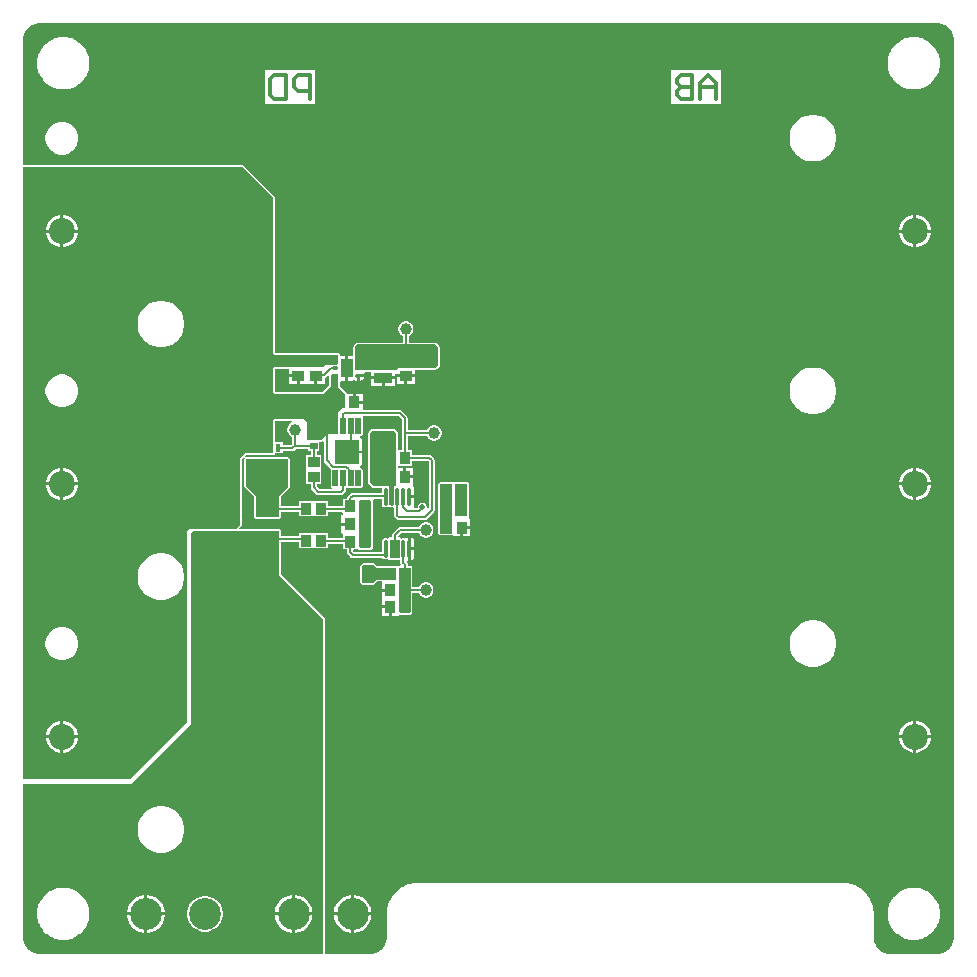
<source format=gbr>
%TF.GenerationSoftware,Altium Limited,Altium Designer,21.6.1 (37)*%
G04 Layer_Physical_Order=4*
G04 Layer_Color=16711680*
%FSLAX45Y45*%
%MOMM*%
%TF.SameCoordinates,713E3131-B0EE-4415-9D9D-843BC13DAD56*%
%TF.FilePolarity,Positive*%
%TF.FileFunction,Copper,L4,Bot,Signal*%
%TF.Part,Single*%
G01*
G75*
%TA.AperFunction,ComponentPad*%
%ADD10C,2.20000*%
%ADD11C,2.70000*%
%TA.AperFunction,ViaPad*%
%ADD12C,0.50000*%
%ADD13C,0.40000*%
%TA.AperFunction,Conductor*%
%ADD14C,0.20000*%
%TA.AperFunction,SMDPad,CuDef*%
%ADD16R,0.95000X1.00000*%
%ADD17C,1.00000*%
G04:AMPARAMS|DCode=18|XSize=0.45mm|YSize=0.3mm|CornerRadius=0.06mm|HoleSize=0mm|Usage=FLASHONLY|Rotation=180.000|XOffset=0mm|YOffset=0mm|HoleType=Round|Shape=RoundedRectangle|*
%AMROUNDEDRECTD18*
21,1,0.45000,0.18000,0,0,180.0*
21,1,0.33000,0.30000,0,0,180.0*
1,1,0.12000,-0.16500,0.09000*
1,1,0.12000,0.16500,0.09000*
1,1,0.12000,0.16500,-0.09000*
1,1,0.12000,-0.16500,-0.09000*
%
%ADD18ROUNDEDRECTD18*%
G04:AMPARAMS|DCode=19|XSize=1mm|YSize=1.6mm|CornerRadius=0.06mm|HoleSize=0mm|Usage=FLASHONLY|Rotation=180.000|XOffset=0mm|YOffset=0mm|HoleType=Round|Shape=RoundedRectangle|*
%AMROUNDEDRECTD19*
21,1,1.00000,1.48000,0,0,180.0*
21,1,0.88000,1.60000,0,0,180.0*
1,1,0.12000,-0.44000,0.74000*
1,1,0.12000,0.44000,0.74000*
1,1,0.12000,0.44000,-0.74000*
1,1,0.12000,-0.44000,-0.74000*
%
%ADD19ROUNDEDRECTD19*%
%ADD20R,1.00000X0.95000*%
%ADD21R,1.50000X0.90000*%
%ADD22R,0.65000X0.55000*%
%ADD23R,0.42000X0.66000*%
%ADD24R,0.48000X0.48000*%
%ADD25R,1.85000X1.25000*%
G04:AMPARAMS|DCode=26|XSize=0.3mm|YSize=1.45mm|CornerRadius=0.033mm|HoleSize=0mm|Usage=FLASHONLY|Rotation=0.000|XOffset=0mm|YOffset=0mm|HoleType=Round|Shape=RoundedRectangle|*
%AMROUNDEDRECTD26*
21,1,0.30000,1.38400,0,0,0.0*
21,1,0.23400,1.45000,0,0,0.0*
1,1,0.06600,0.11700,-0.69200*
1,1,0.06600,-0.11700,-0.69200*
1,1,0.06600,-0.11700,0.69200*
1,1,0.06600,0.11700,0.69200*
%
%ADD26ROUNDEDRECTD26*%
G04:AMPARAMS|DCode=27|XSize=0.45mm|YSize=1.4mm|CornerRadius=0.0495mm|HoleSize=0mm|Usage=FLASHONLY|Rotation=0.000|XOffset=0mm|YOffset=0mm|HoleType=Round|Shape=RoundedRectangle|*
%AMROUNDEDRECTD27*
21,1,0.45000,1.30100,0,0,0.0*
21,1,0.35100,1.40000,0,0,0.0*
1,1,0.09900,0.17550,-0.65050*
1,1,0.09900,-0.17550,-0.65050*
1,1,0.09900,-0.17550,0.65050*
1,1,0.09900,0.17550,0.65050*
%
%ADD27ROUNDEDRECTD27*%
%TA.AperFunction,SMDPad,SMDef*%
G04:AMPARAMS|DCode=28|XSize=2.1mm|YSize=2mm|CornerRadius=0.1mm|HoleSize=0mm|Usage=FLASHONLY|Rotation=180.000|XOffset=0mm|YOffset=0mm|HoleType=Round|Shape=RoundedRectangle|*
%AMROUNDEDRECTD28*
21,1,2.10000,1.80000,0,0,180.0*
21,1,1.90000,2.00000,0,0,180.0*
1,1,0.20000,-0.95000,0.90000*
1,1,0.20000,0.95000,0.90000*
1,1,0.20000,0.95000,-0.90000*
1,1,0.20000,-0.95000,-0.90000*
%
%ADD28ROUNDEDRECTD28*%
%TA.AperFunction,NonConductor*%
%ADD29C,0.30000*%
%TA.AperFunction,Conductor*%
%ADD30R,1.00000X2.70000*%
%ADD31R,1.10000X4.20000*%
%ADD32R,1.10000X4.00000*%
%ADD33R,0.90000X1.60000*%
%ADD34R,1.00000X3.80000*%
G36*
X7841129Y7934126D02*
X7866393Y7923661D01*
X7889132Y7908468D01*
X7908468Y7889132D01*
X7923661Y7866393D01*
X7934126Y7841129D01*
X7939461Y7814308D01*
Y7800635D01*
X7939461Y200636D01*
X7939461Y186962D01*
X7934126Y160141D01*
X7923661Y134876D01*
X7908468Y112138D01*
X7889132Y92802D01*
X7866394Y77609D01*
X7841129Y67144D01*
X7814309Y61809D01*
X7400636D01*
X7386962Y61809D01*
X7360141Y67144D01*
X7334877Y77609D01*
X7312139Y92802D01*
X7292803Y112138D01*
X7277610Y134876D01*
X7267144Y160141D01*
X7261810Y186961D01*
X7261809Y400634D01*
X7261512Y402129D01*
X7261736Y403637D01*
X7260772Y423240D01*
X7259671Y427639D01*
Y432173D01*
X7252022Y470626D01*
X7249716Y476192D01*
X7248540Y482102D01*
X7233537Y518324D01*
X7230190Y523334D01*
X7227884Y528900D01*
X7206102Y561500D01*
X7201841Y565760D01*
X7198494Y570770D01*
X7170771Y598493D01*
X7165761Y601840D01*
X7161501Y606100D01*
X7128902Y627883D01*
X7123334Y630189D01*
X7118325Y633536D01*
X7082103Y648540D01*
X7076193Y649715D01*
X7070627Y652021D01*
X7032173Y659670D01*
X7027638D01*
X7023240Y660772D01*
X7003636Y661735D01*
X7002130Y661511D01*
X7000635Y661808D01*
X3400000Y661809D01*
X3398456Y661502D01*
X3396898Y661730D01*
X3377929Y660767D01*
X3373581Y659671D01*
X3369097D01*
X3330643Y652022D01*
X3325077Y649716D01*
X3319168Y648540D01*
X3282945Y633537D01*
X3277935Y630189D01*
X3272369Y627883D01*
X3239770Y606101D01*
X3235509Y601841D01*
X3230500Y598494D01*
X3202776Y570770D01*
X3199429Y565761D01*
X3195169Y561500D01*
X3173387Y528901D01*
X3171081Y523334D01*
X3167733Y518324D01*
X3152730Y482102D01*
X3151554Y476193D01*
X3149248Y470627D01*
X3141600Y432173D01*
Y427638D01*
X3140498Y423239D01*
X3139535Y403636D01*
X3139758Y402129D01*
X3139461Y400635D01*
X3139461Y200636D01*
X3139461Y186962D01*
X3134126Y160141D01*
X3123661Y134876D01*
X3108467Y112138D01*
X3089132Y92802D01*
X3066393Y77609D01*
X3041128Y67144D01*
X3014309Y61809D01*
X3000635D01*
X2628936D01*
X2616236Y61809D01*
Y2900000D01*
X2611480Y2911481D01*
X2246236Y3276725D01*
Y3547010D01*
X2395000D01*
Y3495000D01*
X2645000D01*
Y3534510D01*
X2765000D01*
Y3485000D01*
X2802010D01*
Y3462500D01*
X2803951Y3452745D01*
X2809476Y3444476D01*
X2831976Y3421976D01*
X2840245Y3416451D01*
X2850000Y3414510D01*
X3100893D01*
X3101062Y3413660D01*
X3105107Y3407606D01*
X3111160Y3403562D01*
X3118300Y3402142D01*
X3141700D01*
X3146614Y3403119D01*
X3148519Y3398519D01*
X3160000Y3393764D01*
X3250000D01*
X3254510Y3390750D01*
Y3370000D01*
X3256450Y3360246D01*
X3257325Y3358936D01*
X3250537Y3346236D01*
X3240000D01*
X3237016Y3345000D01*
X3222984D01*
X3220000Y3346236D01*
X3056725D01*
X3041481Y3361480D01*
X3030000Y3366236D01*
X2940000D01*
X2928519Y3361480D01*
X2918519Y3351480D01*
X2913764Y3340000D01*
Y3210000D01*
X2918519Y3198519D01*
X2928519Y3188519D01*
X2940000Y3183764D01*
X3020000D01*
X3031481Y3188519D01*
X3056725Y3213764D01*
X3095000D01*
Y3152500D01*
X3167500D01*
Y3127500D01*
X3095000D01*
Y3065000D01*
Y3012500D01*
X3167500D01*
Y3000000D01*
X3180000D01*
Y2925000D01*
X3240000D01*
Y2933764D01*
X3240000Y2933764D01*
X3340000D01*
X3342984Y2935000D01*
X3355000D01*
Y2947016D01*
X3356236Y2950000D01*
Y3114510D01*
X3409661D01*
X3417987Y3100089D01*
X3430089Y3087987D01*
X3444911Y3079430D01*
X3461442Y3075000D01*
X3478557D01*
X3495089Y3079430D01*
X3509911Y3087987D01*
X3522013Y3100089D01*
X3530570Y3114911D01*
X3535000Y3131443D01*
Y3148558D01*
X3530570Y3165089D01*
X3522013Y3179911D01*
X3509911Y3192013D01*
X3495089Y3200570D01*
X3478557Y3205000D01*
X3461442D01*
X3444911Y3200570D01*
X3430089Y3192013D01*
X3417987Y3179911D01*
X3409661Y3165490D01*
X3356236D01*
Y3330000D01*
X3355000Y3332984D01*
Y3345000D01*
X3342984D01*
X3340000Y3346236D01*
X3317990D01*
Y3357500D01*
X3316049Y3367254D01*
X3310524Y3375524D01*
X3314813Y3389196D01*
X3317500Y3391402D01*
Y3490000D01*
Y3587895D01*
X3307258Y3585858D01*
X3297897Y3579603D01*
X3296141Y3576975D01*
X3291700Y3577858D01*
X3268300D01*
X3263386Y3576881D01*
X3261481Y3581481D01*
X3250000Y3586236D01*
X3235490D01*
Y3599442D01*
X3260558Y3624510D01*
X3409661D01*
X3417987Y3610089D01*
X3430089Y3597987D01*
X3444911Y3589430D01*
X3461442Y3585000D01*
X3478557D01*
X3495089Y3589430D01*
X3509911Y3597987D01*
X3522013Y3610089D01*
X3530570Y3624911D01*
X3535000Y3641443D01*
Y3658558D01*
X3530570Y3675089D01*
X3522013Y3689911D01*
X3509911Y3702013D01*
X3495089Y3710570D01*
X3478557Y3715000D01*
X3461442D01*
X3444911Y3710570D01*
X3430089Y3702013D01*
X3417987Y3689911D01*
X3409661Y3675490D01*
X3250000D01*
X3240245Y3673549D01*
X3231976Y3668024D01*
X3191976Y3628024D01*
X3186451Y3619755D01*
X3184510Y3610000D01*
Y3586236D01*
X3160000D01*
X3148519Y3581481D01*
X3146614Y3576881D01*
X3141700Y3577858D01*
X3118300D01*
X3111160Y3576438D01*
X3105107Y3572393D01*
X3101062Y3566340D01*
X3099642Y3559200D01*
Y3465490D01*
X2863436D01*
X2857014Y3472300D01*
X2861458Y3485000D01*
X2897016D01*
X2900000Y3483764D01*
X3010000D01*
X3012984Y3485000D01*
X3015000D01*
Y3485835D01*
X3021481Y3488520D01*
X3026236Y3500000D01*
Y3900000D01*
X3025486Y3901810D01*
X3033972Y3914510D01*
X3099642D01*
Y3860800D01*
X3101062Y3853660D01*
X3105106Y3847606D01*
X3111160Y3843562D01*
X3118300Y3842142D01*
X3141700D01*
X3148840Y3843562D01*
X3153686Y3846800D01*
X3154595Y3846423D01*
X3159424Y3843842D01*
X3160233Y3844088D01*
X3160601Y3843936D01*
X3161160Y3843562D01*
X3168300Y3842142D01*
X3191700D01*
X3191810Y3842164D01*
X3203917Y3833656D01*
X3204510Y3832306D01*
Y3771716D01*
X3206451Y3761961D01*
X3211976Y3753692D01*
X3223692Y3741976D01*
X3231961Y3736451D01*
X3241716Y3734510D01*
X3460000D01*
X3469755Y3736451D01*
X3478024Y3741976D01*
X3538024Y3801976D01*
X3543549Y3810246D01*
X3545490Y3820000D01*
Y4240000D01*
X3543549Y4249754D01*
X3538024Y4258024D01*
X3518024Y4278024D01*
X3509754Y4283549D01*
X3500000Y4285490D01*
X3355000D01*
Y4325000D01*
X3315490D01*
Y4444510D01*
X3479661D01*
X3487987Y4430089D01*
X3500089Y4417987D01*
X3514911Y4409430D01*
X3531443Y4405000D01*
X3548558D01*
X3565089Y4409430D01*
X3579911Y4417987D01*
X3592013Y4430089D01*
X3600570Y4444911D01*
X3605000Y4461442D01*
Y4478557D01*
X3600570Y4495089D01*
X3592013Y4509911D01*
X3579911Y4522013D01*
X3565089Y4530570D01*
X3548558Y4535000D01*
X3531443D01*
X3514911Y4530570D01*
X3500089Y4522013D01*
X3487987Y4509911D01*
X3479661Y4495490D01*
X3315490D01*
Y4600000D01*
X3313549Y4609755D01*
X3308024Y4618024D01*
X3268024Y4658024D01*
X3259754Y4663549D01*
X3250000Y4665490D01*
X2937500D01*
Y4717500D01*
X2865000D01*
Y4730000D01*
X2852500D01*
Y4805000D01*
X2804165D01*
X2801480Y4811481D01*
X2746236Y4866725D01*
Y4906380D01*
X2756000Y4914393D01*
X2787500D01*
Y5020000D01*
Y5125607D01*
X2756000D01*
X2752449Y5124901D01*
X2746236Y5130000D01*
X2741480Y5141480D01*
X2730000Y5146236D01*
X2196725D01*
X2196236Y5146725D01*
Y6460000D01*
X2191481Y6471480D01*
X1931481Y6731481D01*
X1920000Y6736236D01*
X61809D01*
Y7800635D01*
X61809Y7814308D01*
X67144Y7841129D01*
X77609Y7866393D01*
X92802Y7889131D01*
X112138Y7908467D01*
X134877Y7923661D01*
X160142Y7934126D01*
X186962Y7939460D01*
X200635Y7939460D01*
X7800635Y7939461D01*
X7814308D01*
X7841129Y7934126D01*
D02*
G37*
G36*
X2180000Y6460000D02*
Y5140000D01*
X2190000Y5130000D01*
X2730000D01*
Y5060000D01*
X2720177Y5050177D01*
X2719000Y5050412D01*
X2686000D01*
X2683932Y5050000D01*
X2620000D01*
X2600000Y5030000D01*
X2190000D01*
X2180000Y5020000D01*
Y4810000D01*
X2190000Y4800000D01*
X2600000D01*
X2670000Y4870000D01*
Y4960000D01*
X2680000Y4970000D01*
X2730000D01*
Y4860000D01*
X2790000Y4800000D01*
X2790000Y4680000D01*
X2760000D01*
X2730000Y4650000D01*
Y4597013D01*
X2729609Y4595050D01*
Y4464950D01*
X2717885Y4460000D01*
X2630000D01*
X2580000Y4410000D01*
X2470000D01*
X2460000Y4420000D01*
Y4560000D01*
X2430000Y4590000D01*
X2190000D01*
X2180000Y4580000D01*
Y4300000D01*
X1940000D01*
X1895000Y4255000D01*
X1895000Y3695000D01*
X1860000Y3660000D01*
X1470000Y3660000D01*
X1450000Y3640000D01*
Y2025000D01*
X965000Y1540000D01*
X61809Y1540000D01*
Y6720000D01*
X1920000D01*
X2180000Y6460000D01*
D02*
G37*
G36*
X2315000Y4970000D02*
X2390000D01*
Y4957500D01*
X2402500D01*
Y4885000D01*
X2452300D01*
X2464999Y4885000D01*
X2464999D01*
Y4885000D01*
D01*
X2465001D01*
Y4885000D01*
Y4885000D01*
X2527500D01*
Y4957500D01*
X2552500D01*
Y4885000D01*
X2615000D01*
Y4937880D01*
X2618039Y4938485D01*
X2626308Y4944010D01*
X2641064Y4958766D01*
X2653764Y4953506D01*
Y4876725D01*
X2593275Y4816236D01*
X2196725D01*
X2196236Y4816725D01*
Y5013275D01*
X2196725Y5013764D01*
X2315000D01*
Y4970000D01*
D02*
G37*
G36*
X2336755Y4561064D02*
X2334911Y4560570D01*
X2320089Y4552013D01*
X2307987Y4539911D01*
X2299430Y4525089D01*
X2295000Y4508557D01*
Y4491442D01*
X2299430Y4474911D01*
X2307987Y4460089D01*
X2320089Y4447987D01*
X2334510Y4439661D01*
Y4370558D01*
X2329442Y4365490D01*
X2257000D01*
Y4394000D01*
X2196236D01*
Y4573275D01*
X2196725Y4573764D01*
X2335082D01*
X2336755Y4561064D01*
D02*
G37*
G36*
X3264510Y4589442D02*
Y4470000D01*
Y4325000D01*
X3236236D01*
Y4470000D01*
X3231480Y4481480D01*
X3211480Y4501480D01*
X3200000Y4506236D01*
X3020000D01*
X3008520Y4501480D01*
X2988520Y4481480D01*
X2983764Y4470000D01*
Y4390000D01*
X2983764Y4170000D01*
X2983764Y4050000D01*
X2988520Y4038519D01*
X3018519Y4008520D01*
X3030000Y4003764D01*
X3095896D01*
X3099642Y3999200D01*
Y3965490D01*
X2850000D01*
X2840245Y3963549D01*
X2831976Y3958024D01*
X2811976Y3938024D01*
X2806451Y3929755D01*
X2804510Y3920000D01*
Y3915000D01*
X2765000D01*
Y3855490D01*
X2645000D01*
Y3895000D01*
X2395000D01*
Y3852990D01*
X2246236D01*
Y3933275D01*
X2311481Y3998519D01*
X2316236Y4010000D01*
Y4250000D01*
X2311481Y4261480D01*
X2300000Y4266236D01*
X1950000D01*
X1945147Y4264226D01*
X1937953Y4274992D01*
X1946725Y4283764D01*
X2180000D01*
X2191481Y4288519D01*
X2195408Y4298000D01*
X2257000D01*
Y4314510D01*
X2340000D01*
X2349755Y4316451D01*
X2358024Y4321976D01*
X2368058Y4332010D01*
X2472500D01*
Y4315000D01*
X2494510D01*
Y4285000D01*
X2455000D01*
Y4160000D01*
Y4035000D01*
X2494510D01*
Y4010000D01*
X2496451Y4000245D01*
X2501976Y3991976D01*
X2541976Y3951976D01*
X2550246Y3946451D01*
X2560000Y3944510D01*
X2750000D01*
X2759755Y3946451D01*
X2768024Y3951976D01*
X2785524Y3969476D01*
X2791050Y3977746D01*
X2792990Y3987500D01*
Y4000788D01*
X2805011Y4007386D01*
X2807167Y4006157D01*
X2814950Y4004609D01*
X2850050D01*
X2857834Y4006158D01*
X2864433Y4010567D01*
X2865567D01*
X2872166Y4006158D01*
X2879950Y4004609D01*
X2915050D01*
X2922834Y4006158D01*
X2929433Y4010567D01*
X2933842Y4017166D01*
X2935391Y4024950D01*
Y4155050D01*
X2933842Y4162834D01*
X2929433Y4169433D01*
X2922834Y4173842D01*
X2915050Y4175391D01*
X2912356D01*
X2910261Y4181981D01*
X2910243Y4188091D01*
X2920234Y4194766D01*
X2927970Y4206344D01*
X2930686Y4220000D01*
Y4297500D01*
X2800000D01*
Y4322500D01*
X2930686D01*
Y4400000D01*
X2927970Y4413656D01*
X2920234Y4425234D01*
X2910243Y4431909D01*
X2910261Y4438019D01*
X2912356Y4444609D01*
X2915050D01*
X2922834Y4446158D01*
X2929433Y4450567D01*
X2933842Y4457166D01*
X2935391Y4464950D01*
Y4595050D01*
X2934046Y4601810D01*
X2934200Y4603393D01*
X2941315Y4614510D01*
X3239442D01*
X3264510Y4589442D01*
D02*
G37*
G36*
X2604510Y4394956D02*
Y4240000D01*
X2606451Y4230245D01*
X2611976Y4221976D01*
X2666976Y4166976D01*
X2668324Y4166076D01*
X2666158Y4162834D01*
X2664610Y4155050D01*
Y4024950D01*
X2666158Y4017166D01*
X2670567Y4010567D01*
X2674125Y4008190D01*
X2670655Y3995490D01*
X2570558D01*
X2545490Y4020558D01*
Y4035000D01*
X2585000D01*
Y4160000D01*
Y4285000D01*
X2545489D01*
Y4315000D01*
X2567500D01*
Y4393764D01*
X2580000D01*
X2591480Y4398520D01*
X2592777Y4399816D01*
X2604510Y4394956D01*
D02*
G37*
G36*
X3220000Y4470000D02*
Y4020000D01*
X3200000D01*
Y4001002D01*
X3199642Y3999200D01*
Y3860800D01*
X3198985Y3860000D01*
X3161015D01*
X3160358Y3860800D01*
Y3999200D01*
X3160000Y4001000D01*
Y4020000D01*
X3030000D01*
X3000000Y4050000D01*
X3000000Y4170000D01*
X3000000Y4390000D01*
Y4470000D01*
X3020000Y4490000D01*
X3200000D01*
X3220000Y4470000D01*
D02*
G37*
G36*
X3494510Y4229442D02*
Y3840284D01*
X3492700Y3838278D01*
X3487040Y3839427D01*
X3480000Y3845599D01*
Y3847956D01*
X3473910Y3862658D01*
X3462658Y3873910D01*
X3447957Y3880000D01*
X3432043D01*
X3417342Y3873910D01*
X3406090Y3862658D01*
X3400000Y3847956D01*
Y3836048D01*
X3399442Y3835490D01*
X3374098D01*
X3367310Y3848190D01*
X3368358Y3849758D01*
X3370554Y3860800D01*
Y3860800D01*
Y3917500D01*
X3330000D01*
Y3942500D01*
X3370554D01*
Y3999200D01*
X3368358Y4010242D01*
X3366553Y4012943D01*
X3365000Y4025000D01*
X3365000Y4025000D01*
X3365000Y4025001D01*
Y4087500D01*
X3292500D01*
Y4100000D01*
X3280000D01*
Y4175000D01*
X3236236D01*
Y4195000D01*
X3355000D01*
Y4234510D01*
X3489442D01*
X3494510Y4229442D01*
D02*
G37*
G36*
X2300000Y4010000D02*
X2230000Y3940000D01*
Y3760000D01*
X2030000D01*
Y3940000D01*
X1950000Y4020000D01*
Y4250000D01*
X2300000D01*
Y4010000D01*
D02*
G37*
G36*
X1935774Y4254853D02*
X1933764Y4250000D01*
Y4020000D01*
X1938519Y4008520D01*
X2013764Y3933275D01*
Y3760000D01*
X2018519Y3748520D01*
X2030000Y3743764D01*
X2230000D01*
X2241481Y3748520D01*
X2246236Y3760000D01*
Y3802010D01*
X2395000D01*
Y3765000D01*
X2645000D01*
Y3804510D01*
X2756020D01*
X2765000Y3795530D01*
Y3785000D01*
X2758482Y3775000D01*
X2755000D01*
Y3712500D01*
X2827500D01*
Y3687500D01*
X2755000D01*
Y3625000D01*
X2758482D01*
X2765000Y3615000D01*
Y3585490D01*
X2645000D01*
Y3625000D01*
X2395000D01*
Y3597990D01*
X2246236D01*
Y3640000D01*
X2241481Y3651481D01*
X2230000Y3656236D01*
X1895791D01*
X1890931Y3667969D01*
X1906480Y3683519D01*
X1911236Y3695000D01*
X1911236Y4248275D01*
X1925007Y4262047D01*
X1935774Y4254853D01*
D02*
G37*
G36*
X3050000Y3330000D02*
X3220000D01*
Y3230000D01*
X3050000D01*
X3020000Y3200000D01*
X2940000D01*
X2930000Y3210000D01*
Y3340000D01*
X2940000Y3350000D01*
X3030000D01*
X3050000Y3330000D01*
D02*
G37*
G36*
X2230000Y3270000D02*
X2600000Y2900000D01*
Y61809D01*
X200635Y61809D01*
X200635D01*
X200635D01*
X186962Y61809D01*
X160141Y67144D01*
X134877Y77609D01*
X112138Y92802D01*
X92803Y112137D01*
X77609Y134877D01*
X67144Y160141D01*
X61809Y186961D01*
Y200635D01*
Y1500000D01*
X975000D01*
X1480000Y2005000D01*
Y3620000D01*
X1500000Y3640000D01*
X2230000D01*
Y3270000D01*
D02*
G37*
%LPC*%
G36*
X7616394Y7821810D02*
X7584877D01*
X7578967Y7820635D01*
X7572942D01*
X7542030Y7814486D01*
X7536463Y7812180D01*
X7530554Y7811004D01*
X7501436Y7798943D01*
X7496426Y7795596D01*
X7490860Y7793290D01*
X7464654Y7775780D01*
X7460393Y7771519D01*
X7455384Y7768172D01*
X7433098Y7745886D01*
X7429750Y7740877D01*
X7425490Y7736616D01*
X7407980Y7710410D01*
X7405674Y7704843D01*
X7402327Y7699834D01*
X7390265Y7670716D01*
X7389090Y7664806D01*
X7386784Y7659239D01*
X7380635Y7628328D01*
Y7622303D01*
X7379460Y7616393D01*
Y7584876D01*
X7380635Y7578966D01*
Y7572942D01*
X7386784Y7542030D01*
X7389090Y7536463D01*
X7390265Y7530553D01*
X7402327Y7501435D01*
X7405674Y7496426D01*
X7407980Y7490859D01*
X7425490Y7464653D01*
X7429750Y7460392D01*
X7433098Y7455383D01*
X7455384Y7433097D01*
X7460393Y7429750D01*
X7464654Y7425489D01*
X7490860Y7407979D01*
X7496426Y7405673D01*
X7501436Y7402326D01*
X7530554Y7390265D01*
X7536464Y7389089D01*
X7542030Y7386784D01*
X7572942Y7380635D01*
X7578967D01*
X7584877Y7379459D01*
X7616394D01*
X7622304Y7380635D01*
X7628328D01*
X7659240Y7386784D01*
X7664807Y7389089D01*
X7670717Y7390265D01*
X7699834Y7402326D01*
X7704844Y7405673D01*
X7710411Y7407979D01*
X7736616Y7425489D01*
X7740877Y7429750D01*
X7745887Y7433097D01*
X7768173Y7455383D01*
X7771520Y7460392D01*
X7775781Y7464653D01*
X7793291Y7490859D01*
X7795597Y7496426D01*
X7798944Y7501435D01*
X7811005Y7530553D01*
X7812180Y7536463D01*
X7814486Y7542030D01*
X7820635Y7572941D01*
Y7578967D01*
X7821811Y7584876D01*
Y7616393D01*
X7820635Y7622303D01*
Y7628328D01*
X7814486Y7659240D01*
X7812180Y7664807D01*
X7811005Y7670716D01*
X7798944Y7699834D01*
X7795597Y7704844D01*
X7793291Y7710410D01*
X7775781Y7736616D01*
X7771520Y7740877D01*
X7768173Y7745886D01*
X7745887Y7768172D01*
X7740877Y7771519D01*
X7736616Y7775780D01*
X7710411Y7793290D01*
X7704844Y7795596D01*
X7699834Y7798943D01*
X7670716Y7811004D01*
X7664807Y7812180D01*
X7659240Y7814486D01*
X7628329Y7820635D01*
X7622303D01*
X7616394Y7821810D01*
D02*
G37*
G36*
X416394D02*
X384877D01*
X378967Y7820635D01*
X372942D01*
X342030Y7814486D01*
X336463Y7812180D01*
X330554Y7811004D01*
X301436Y7798943D01*
X296426Y7795596D01*
X290860Y7793290D01*
X264654Y7775780D01*
X260393Y7771519D01*
X255384Y7768172D01*
X233098Y7745886D01*
X229750Y7740877D01*
X225490Y7736616D01*
X207980Y7710410D01*
X205674Y7704843D01*
X202326Y7699834D01*
X190265Y7670716D01*
X189090Y7664806D01*
X186784Y7659239D01*
X180635Y7628328D01*
Y7622303D01*
X179460Y7616393D01*
Y7600636D01*
X179460Y7584877D01*
X180635Y7578967D01*
Y7572941D01*
X186784Y7542029D01*
X189090Y7536462D01*
X190265Y7530553D01*
X202326Y7501435D01*
X205674Y7496426D01*
X207980Y7490859D01*
X225490Y7464653D01*
X229750Y7460392D01*
X233098Y7455383D01*
X255384Y7433097D01*
X260393Y7429750D01*
X264654Y7425489D01*
X290859Y7407979D01*
X296426Y7405673D01*
X301436Y7402326D01*
X330554Y7390265D01*
X336464Y7389089D01*
X342030Y7386784D01*
X372942Y7380635D01*
X378967D01*
X384877Y7379459D01*
X416394D01*
X422303Y7380635D01*
X428328D01*
X459240Y7386784D01*
X464807Y7389089D01*
X470717Y7390265D01*
X499834Y7402326D01*
X504844Y7405673D01*
X510410Y7407979D01*
X536616Y7425489D01*
X540877Y7429750D01*
X545887Y7433097D01*
X568173Y7455383D01*
X571520Y7460392D01*
X575781Y7464653D01*
X593291Y7490859D01*
X595596Y7496426D01*
X598944Y7501435D01*
X611005Y7530553D01*
X612180Y7536463D01*
X614486Y7542030D01*
X620635Y7572941D01*
Y7578967D01*
X621811Y7584876D01*
Y7616393D01*
X620635Y7622303D01*
Y7628328D01*
X614486Y7659240D01*
X612180Y7664807D01*
X611005Y7670716D01*
X598944Y7699834D01*
X595596Y7704844D01*
X593291Y7710410D01*
X575781Y7736616D01*
X571520Y7740877D01*
X568173Y7745886D01*
X545887Y7768172D01*
X540877Y7771519D01*
X536616Y7775780D01*
X510411Y7793290D01*
X504844Y7795596D01*
X499834Y7798943D01*
X470716Y7811004D01*
X464807Y7812180D01*
X459240Y7814486D01*
X428329Y7820635D01*
X422303D01*
X416394Y7821810D01*
D02*
G37*
G36*
X5971613Y7544968D02*
X5548387D01*
Y7255032D01*
X5971613D01*
Y7544968D01*
D02*
G37*
G36*
X2531613D02*
X2108387D01*
Y7255032D01*
X2531613D01*
Y7544968D01*
D02*
G37*
G36*
X407365Y7106500D02*
X370634D01*
X335155Y7096993D01*
X303345Y7078627D01*
X277372Y7052655D01*
X259007Y7020845D01*
X249500Y6985365D01*
Y6948634D01*
X259007Y6913155D01*
X277372Y6881345D01*
X303345Y6855372D01*
X335155Y6837007D01*
X370634Y6827500D01*
X407365D01*
X442845Y6837007D01*
X474655Y6855372D01*
X500627Y6881345D01*
X518993Y6913155D01*
X528500Y6948634D01*
Y6985365D01*
X518993Y7020845D01*
X500627Y7052655D01*
X474655Y7078627D01*
X442845Y7096993D01*
X407365Y7106500D01*
D02*
G37*
G36*
X6766452Y7164500D02*
X6727548D01*
X6689391Y7156910D01*
X6653448Y7142022D01*
X6621101Y7120408D01*
X6593592Y7092899D01*
X6571977Y7060551D01*
X6557090Y7024609D01*
X6549500Y6986452D01*
Y6947548D01*
X6557090Y6909391D01*
X6571977Y6873449D01*
X6593592Y6841101D01*
X6621101Y6813592D01*
X6653448Y6791978D01*
X6689391Y6777090D01*
X6727548Y6769500D01*
X6766452D01*
X6804608Y6777090D01*
X6840551Y6791978D01*
X6872899Y6813592D01*
X6900408Y6841101D01*
X6922022Y6873449D01*
X6936910Y6909391D01*
X6944500Y6947548D01*
Y6986452D01*
X6936910Y7024609D01*
X6922022Y7060551D01*
X6900408Y7092899D01*
X6872899Y7120408D01*
X6840551Y7142022D01*
X6804608Y7156910D01*
X6766452Y7164500D01*
D02*
G37*
G36*
X7628773Y6315000D02*
X7623500D01*
Y6192499D01*
X7746000D01*
Y6197773D01*
X7736800Y6232108D01*
X7719026Y6262892D01*
X7693892Y6288027D01*
X7663108Y6305800D01*
X7628773Y6315000D01*
D02*
G37*
G36*
X7598500D02*
X7593227D01*
X7558892Y6305800D01*
X7528108Y6288027D01*
X7502973Y6262892D01*
X7485200Y6232108D01*
X7476000Y6197773D01*
Y6192499D01*
X7598500D01*
Y6315000D01*
D02*
G37*
G36*
X7746000Y6167500D02*
X7623500D01*
Y6045000D01*
X7628773D01*
X7663108Y6054200D01*
X7693892Y6071973D01*
X7719026Y6097108D01*
X7736800Y6127892D01*
X7746000Y6162227D01*
Y6167500D01*
D02*
G37*
G36*
X7598500D02*
X7476000D01*
Y6162227D01*
X7485200Y6127892D01*
X7502973Y6097108D01*
X7528108Y6071973D01*
X7558892Y6054200D01*
X7593227Y6045000D01*
X7598500D01*
Y6167500D01*
D02*
G37*
G36*
X3308558Y5415000D02*
X3291442D01*
X3274911Y5410570D01*
X3260089Y5402013D01*
X3247987Y5389911D01*
X3239430Y5375089D01*
X3235000Y5358557D01*
Y5341442D01*
X3239430Y5324911D01*
X3247987Y5310089D01*
X3260089Y5297987D01*
X3274510Y5289661D01*
Y5236236D01*
X2890000Y5236236D01*
X2878520Y5231481D01*
X2858520Y5211481D01*
X2853764Y5200000D01*
Y5133621D01*
X2844000Y5125607D01*
X2812500D01*
Y5020000D01*
Y4914393D01*
X2844000D01*
X2856095Y4916799D01*
X2862500Y4921078D01*
X2868905Y4916799D01*
X2881000Y4914393D01*
X2885000D01*
Y4955000D01*
X2897500D01*
Y4967500D01*
X2944911D01*
X2944202Y4971064D01*
X2952189Y4983764D01*
X3010000D01*
Y4952500D01*
X3110000D01*
X3210000D01*
Y4977610D01*
X3212300Y4978398D01*
X3224053Y4970000D01*
X3300000D01*
X3375000D01*
Y5003764D01*
X3550000D01*
X3561481Y5008520D01*
X3581481Y5028520D01*
X3586236Y5040000D01*
Y5200000D01*
X3581481Y5211481D01*
X3561480Y5231480D01*
X3550000Y5236235D01*
X3325490Y5236236D01*
Y5289661D01*
X3339911Y5297987D01*
X3352013Y5310089D01*
X3360570Y5324911D01*
X3365000Y5341442D01*
Y5358557D01*
X3360570Y5375089D01*
X3352013Y5389911D01*
X3339911Y5402013D01*
X3325089Y5410570D01*
X3308558Y5415000D01*
D02*
G37*
G36*
X2944911Y4942500D02*
X2910000D01*
Y4914393D01*
X2914000D01*
X2926095Y4916799D01*
X2936349Y4923650D01*
X2943201Y4933905D01*
X2944911Y4942500D01*
D02*
G37*
G36*
X3375000Y4945000D02*
X3312500D01*
Y4885000D01*
X3375000D01*
Y4945000D01*
D02*
G37*
G36*
X3287500D02*
X3225000D01*
Y4885000D01*
X3287500D01*
Y4945000D01*
D02*
G37*
G36*
X3210000Y4927500D02*
X3122500D01*
Y4870000D01*
X3210000D01*
Y4927500D01*
D02*
G37*
G36*
X3097501D02*
X3010000D01*
Y4870000D01*
X3097501D01*
Y4927500D01*
D02*
G37*
G36*
X2937500Y4805000D02*
X2877500D01*
Y4742500D01*
X2937500D01*
Y4805000D01*
D02*
G37*
G36*
X6766452Y5024499D02*
X6727548D01*
X6689391Y5016910D01*
X6653448Y5002022D01*
X6621101Y4980408D01*
X6593592Y4952898D01*
X6571977Y4920551D01*
X6557090Y4884608D01*
X6549500Y4846452D01*
Y4807547D01*
X6557090Y4769391D01*
X6571977Y4733448D01*
X6593592Y4701101D01*
X6621101Y4673591D01*
X6653448Y4651977D01*
X6689391Y4637089D01*
X6727548Y4629500D01*
X6766452D01*
X6804608Y4637089D01*
X6840551Y4651977D01*
X6872899Y4673591D01*
X6900408Y4701101D01*
X6922022Y4733448D01*
X6936910Y4769391D01*
X6944500Y4807547D01*
Y4846452D01*
X6936910Y4884608D01*
X6922022Y4920551D01*
X6900408Y4952898D01*
X6872899Y4980408D01*
X6840551Y5002022D01*
X6804608Y5016910D01*
X6766452Y5024499D01*
D02*
G37*
G36*
X7628773Y4175000D02*
X7623500D01*
Y4052500D01*
X7746000D01*
Y4057773D01*
X7736800Y4092108D01*
X7719026Y4122892D01*
X7693892Y4148027D01*
X7663108Y4165800D01*
X7628773Y4175000D01*
D02*
G37*
G36*
X7598500D02*
X7593227D01*
X7558892Y4165800D01*
X7528108Y4148027D01*
X7502973Y4122892D01*
X7485200Y4092108D01*
X7476000Y4057773D01*
Y4052500D01*
X7598500D01*
Y4175000D01*
D02*
G37*
G36*
X3820000Y4056236D02*
X3720000D01*
X3710000Y4052094D01*
X3700000Y4056236D01*
X3590000D01*
X3578519Y4051481D01*
X3573764Y4040000D01*
Y3620000D01*
X3578519Y3608520D01*
X3585000Y3605835D01*
Y3605000D01*
X3587016D01*
X3590000Y3603764D01*
X3700000D01*
Y3595000D01*
X3760000D01*
Y3670000D01*
X3772500D01*
Y3682500D01*
X3845000D01*
Y3745000D01*
X3841518D01*
X3835000Y3755000D01*
Y3767016D01*
X3836236Y3770000D01*
Y4040000D01*
X3831481Y4051481D01*
X3820000Y4056236D01*
D02*
G37*
G36*
X7746000Y4027500D02*
X7623500D01*
Y3905000D01*
X7628773D01*
X7663108Y3914200D01*
X7693892Y3931973D01*
X7719026Y3957108D01*
X7736800Y3987892D01*
X7746000Y4022227D01*
Y4027500D01*
D02*
G37*
G36*
X7598500D02*
X7476000D01*
Y4022227D01*
X7485200Y3987892D01*
X7502973Y3957108D01*
X7528108Y3931973D01*
X7558892Y3914200D01*
X7593227Y3905000D01*
X7598500D01*
Y4027500D01*
D02*
G37*
G36*
X3845000Y3657500D02*
X3785000D01*
Y3595000D01*
X3845000D01*
Y3657500D01*
D02*
G37*
G36*
X3342500Y3587895D02*
Y3502500D01*
X3370554D01*
Y3559200D01*
X3368358Y3570242D01*
X3362103Y3579603D01*
X3352742Y3585858D01*
X3342500Y3587895D01*
D02*
G37*
G36*
X3370554Y3477500D02*
X3342500D01*
Y3392104D01*
X3352742Y3394142D01*
X3362103Y3400397D01*
X3368358Y3409758D01*
X3370554Y3420800D01*
Y3477500D01*
D02*
G37*
G36*
X3155000Y2987500D02*
X3095000D01*
Y2925000D01*
X3155000D01*
Y2987500D01*
D02*
G37*
G36*
X6766452Y2884500D02*
X6727548D01*
X6689391Y2876910D01*
X6653448Y2862022D01*
X6621101Y2840408D01*
X6593592Y2812899D01*
X6571977Y2780551D01*
X6557090Y2744608D01*
X6549500Y2706452D01*
Y2667548D01*
X6557090Y2629391D01*
X6571977Y2593448D01*
X6593592Y2561101D01*
X6621101Y2533592D01*
X6653448Y2511977D01*
X6689391Y2497089D01*
X6727548Y2489500D01*
X6766452D01*
X6804608Y2497089D01*
X6840551Y2511977D01*
X6872899Y2533592D01*
X6900408Y2561101D01*
X6922022Y2593448D01*
X6936910Y2629391D01*
X6944500Y2667548D01*
Y2706452D01*
X6936910Y2744608D01*
X6922022Y2780551D01*
X6900408Y2812899D01*
X6872899Y2840408D01*
X6840551Y2862022D01*
X6804608Y2876910D01*
X6766452Y2884500D01*
D02*
G37*
G36*
X7628773Y2035000D02*
X7623500D01*
Y1912500D01*
X7746000D01*
Y1917773D01*
X7736800Y1952108D01*
X7719026Y1982892D01*
X7693892Y2008027D01*
X7663108Y2025800D01*
X7628773Y2035000D01*
D02*
G37*
G36*
X7598500D02*
X7593227D01*
X7558892Y2025800D01*
X7528108Y2008027D01*
X7502973Y1982892D01*
X7485200Y1952108D01*
X7476000Y1917773D01*
Y1912500D01*
X7598500D01*
Y2035000D01*
D02*
G37*
G36*
X7746000Y1887500D02*
X7623500D01*
Y1765000D01*
X7628773D01*
X7663108Y1774200D01*
X7693892Y1791973D01*
X7719026Y1817108D01*
X7736800Y1847892D01*
X7746000Y1882227D01*
Y1887500D01*
D02*
G37*
G36*
X7598500D02*
X7476000D01*
Y1882227D01*
X7485200Y1847892D01*
X7502973Y1817108D01*
X7528108Y1791973D01*
X7558892Y1774200D01*
X7593227Y1765000D01*
X7598500D01*
Y1887500D01*
D02*
G37*
G36*
X2865759Y560000D02*
X2862500D01*
Y412500D01*
X3010000D01*
Y415759D01*
X3003851Y446670D01*
X2991790Y475788D01*
X2974280Y501994D01*
X2951994Y524280D01*
X2925788Y541790D01*
X2896670Y553851D01*
X2865759Y560000D01*
D02*
G37*
G36*
X2837500D02*
X2834241D01*
X2803330Y553851D01*
X2774211Y541790D01*
X2748006Y524280D01*
X2725720Y501994D01*
X2708210Y475788D01*
X2696149Y446670D01*
X2690000Y415759D01*
Y412500D01*
X2837500D01*
Y560000D01*
D02*
G37*
G36*
X3010000Y387500D02*
X2862500D01*
Y240000D01*
X2865759D01*
X2896670Y246149D01*
X2925788Y258210D01*
X2951994Y275720D01*
X2974280Y298006D01*
X2991790Y324211D01*
X3003851Y353330D01*
X3010000Y384241D01*
Y387500D01*
D02*
G37*
G36*
X2837500D02*
X2690000D01*
Y384241D01*
X2696149Y353330D01*
X2708210Y324211D01*
X2725720Y298006D01*
X2748006Y275720D01*
X2774211Y258210D01*
X2803330Y246149D01*
X2834241Y240000D01*
X2837500D01*
Y387500D01*
D02*
G37*
G36*
X7616394Y621810D02*
X7584877D01*
X7578967Y620635D01*
X7572942D01*
X7542030Y614486D01*
X7536463Y612180D01*
X7530554Y611004D01*
X7501436Y598943D01*
X7496426Y595596D01*
X7490860Y593290D01*
X7464654Y575780D01*
X7460393Y571519D01*
X7455384Y568172D01*
X7433098Y545886D01*
X7429750Y540877D01*
X7425490Y536616D01*
X7407980Y510410D01*
X7405674Y504843D01*
X7402327Y499834D01*
X7390265Y470716D01*
X7389090Y464806D01*
X7386784Y459239D01*
X7380635Y428328D01*
Y422303D01*
X7379460Y416393D01*
Y384876D01*
X7380635Y378966D01*
Y372942D01*
X7386784Y342030D01*
X7389090Y336463D01*
X7390265Y330553D01*
X7402327Y301435D01*
X7405674Y296426D01*
X7407980Y290859D01*
X7425490Y264653D01*
X7429750Y260392D01*
X7433098Y255383D01*
X7455384Y233097D01*
X7460393Y229750D01*
X7464654Y225489D01*
X7490860Y207979D01*
X7496426Y205673D01*
X7501436Y202326D01*
X7530554Y190265D01*
X7536463Y189089D01*
X7542030Y186783D01*
X7572942Y180635D01*
X7578968D01*
X7584878Y179459D01*
X7600636Y179459D01*
X7616394D01*
X7622304Y180635D01*
X7628328D01*
X7659240Y186783D01*
X7664807Y189089D01*
X7670717Y190265D01*
X7699834Y202326D01*
X7704844Y205673D01*
X7710411Y207979D01*
X7736616Y225489D01*
X7740877Y229750D01*
X7745887Y233097D01*
X7768173Y255383D01*
X7771520Y260392D01*
X7775781Y264653D01*
X7793291Y290859D01*
X7795597Y296426D01*
X7798944Y301435D01*
X7811005Y330553D01*
X7812180Y336463D01*
X7814486Y342030D01*
X7820635Y372941D01*
Y378966D01*
X7821811Y384876D01*
Y416393D01*
X7820635Y422303D01*
Y428328D01*
X7814486Y459240D01*
X7812180Y464807D01*
X7811005Y470716D01*
X7798944Y499834D01*
X7795597Y504844D01*
X7793291Y510410D01*
X7775781Y536616D01*
X7771520Y540877D01*
X7768173Y545886D01*
X7745887Y568172D01*
X7740877Y571519D01*
X7736616Y575780D01*
X7710411Y593290D01*
X7704844Y595596D01*
X7699834Y598943D01*
X7670716Y611004D01*
X7664807Y612180D01*
X7659240Y614486D01*
X7628329Y620635D01*
X7622303D01*
X7616394Y621810D01*
D02*
G37*
%LPD*%
G36*
X3550000Y5219999D02*
X3570000Y5200000D01*
Y5040000D01*
X3550000Y5020000D01*
X3235000D01*
Y5015000D01*
X3220000Y5000000D01*
X2880000D01*
X2870000Y5010000D01*
X2870000Y5200000D01*
X2890000Y5220000D01*
X3550000Y5219999D01*
D02*
G37*
%LPC*%
G36*
X406825Y6315400D02*
X401700D01*
Y6192700D01*
X524400D01*
Y6197826D01*
X515172Y6232262D01*
X497347Y6263137D01*
X472137Y6288347D01*
X441262Y6306173D01*
X406825Y6315400D01*
D02*
G37*
G36*
X376300D02*
X371174D01*
X336737Y6306173D01*
X305862Y6288347D01*
X280653Y6263137D01*
X262827Y6232262D01*
X253600Y6197826D01*
Y6192700D01*
X376300D01*
Y6315400D01*
D02*
G37*
G36*
X524400Y6167300D02*
X401700D01*
Y6044600D01*
X406825D01*
X441262Y6053827D01*
X472137Y6071653D01*
X497347Y6096862D01*
X515172Y6127737D01*
X524400Y6162174D01*
Y6167300D01*
D02*
G37*
G36*
X376300D02*
X253600D01*
Y6162174D01*
X262827Y6127737D01*
X280653Y6096862D01*
X305862Y6071653D01*
X336737Y6053827D01*
X371174Y6044600D01*
X376300D01*
Y6167300D01*
D02*
G37*
G36*
X1246452Y5590500D02*
X1207548D01*
X1169391Y5582910D01*
X1133449Y5568022D01*
X1101101Y5546408D01*
X1073592Y5518899D01*
X1051978Y5486551D01*
X1037090Y5450609D01*
X1029500Y5412452D01*
Y5373548D01*
X1037090Y5335391D01*
X1051978Y5299449D01*
X1073592Y5267101D01*
X1101101Y5239592D01*
X1133449Y5217978D01*
X1169391Y5203090D01*
X1207548Y5195500D01*
X1246452D01*
X1284609Y5203090D01*
X1320551Y5217978D01*
X1352899Y5239592D01*
X1380408Y5267101D01*
X1402022Y5299449D01*
X1416910Y5335391D01*
X1424500Y5373548D01*
Y5412452D01*
X1416910Y5450609D01*
X1402022Y5486551D01*
X1380408Y5518899D01*
X1352899Y5546408D01*
X1320551Y5568022D01*
X1284609Y5582910D01*
X1246452Y5590500D01*
D02*
G37*
G36*
X407365Y4966499D02*
X370634D01*
X335155Y4956993D01*
X303345Y4938627D01*
X277372Y4912654D01*
X259007Y4880844D01*
X249500Y4845365D01*
Y4808634D01*
X259007Y4773155D01*
X277372Y4741345D01*
X303345Y4715372D01*
X335155Y4697006D01*
X370634Y4687500D01*
X407365D01*
X442845Y4697006D01*
X474655Y4715372D01*
X500627Y4741345D01*
X518993Y4773155D01*
X528500Y4808634D01*
Y4845365D01*
X518993Y4880844D01*
X500627Y4912654D01*
X474655Y4938627D01*
X442845Y4956993D01*
X407365Y4966499D01*
D02*
G37*
G36*
X406825Y4175400D02*
X401700D01*
Y4052700D01*
X524400D01*
Y4057825D01*
X515172Y4092262D01*
X497347Y4123137D01*
X472137Y4148347D01*
X441262Y4166172D01*
X406825Y4175400D01*
D02*
G37*
G36*
X376300D02*
X371174D01*
X336737Y4166172D01*
X305862Y4148347D01*
X280653Y4123137D01*
X262827Y4092262D01*
X253600Y4057825D01*
Y4052700D01*
X376300D01*
Y4175400D01*
D02*
G37*
G36*
X524400Y4027300D02*
X401700D01*
Y3904600D01*
X406825D01*
X441262Y3913827D01*
X472137Y3931653D01*
X497347Y3956862D01*
X515172Y3987737D01*
X524400Y4022174D01*
Y4027300D01*
D02*
G37*
G36*
X376300D02*
X253600D01*
Y4022174D01*
X262827Y3987737D01*
X280653Y3956862D01*
X305862Y3931653D01*
X336737Y3913827D01*
X371174Y3904600D01*
X376300D01*
Y4027300D01*
D02*
G37*
G36*
X1246452Y3450500D02*
X1207548D01*
X1169391Y3442910D01*
X1133449Y3428022D01*
X1101101Y3406408D01*
X1073592Y3378898D01*
X1051978Y3346551D01*
X1037090Y3310608D01*
X1029500Y3272452D01*
Y3233548D01*
X1037090Y3195391D01*
X1051978Y3159448D01*
X1073592Y3127101D01*
X1101101Y3099591D01*
X1133449Y3077977D01*
X1169391Y3063089D01*
X1207548Y3055500D01*
X1246452D01*
X1284609Y3063089D01*
X1320551Y3077977D01*
X1352899Y3099591D01*
X1380408Y3127101D01*
X1402022Y3159448D01*
X1416910Y3195391D01*
X1424500Y3233548D01*
Y3272452D01*
X1416910Y3310608D01*
X1402022Y3346551D01*
X1380408Y3378898D01*
X1352899Y3406408D01*
X1320551Y3428022D01*
X1284609Y3442910D01*
X1246452Y3450500D01*
D02*
G37*
G36*
X407365Y2826500D02*
X370634D01*
X335155Y2816993D01*
X303345Y2798627D01*
X277372Y2772655D01*
X259007Y2740845D01*
X249500Y2705365D01*
Y2668634D01*
X259007Y2633155D01*
X277372Y2601345D01*
X303345Y2575372D01*
X335155Y2557007D01*
X370634Y2547500D01*
X407365D01*
X442845Y2557007D01*
X474655Y2575372D01*
X500627Y2601345D01*
X518993Y2633155D01*
X528500Y2668634D01*
Y2705365D01*
X518993Y2740845D01*
X500627Y2772655D01*
X474655Y2798627D01*
X442845Y2816993D01*
X407365Y2826500D01*
D02*
G37*
G36*
X406825Y2035400D02*
X401700D01*
Y1912700D01*
X524400D01*
Y1917825D01*
X515172Y1952262D01*
X497347Y1983137D01*
X472137Y2008347D01*
X441262Y2026172D01*
X406825Y2035400D01*
D02*
G37*
G36*
X376300D02*
X371174D01*
X336737Y2026172D01*
X305862Y2008347D01*
X280653Y1983137D01*
X262827Y1952262D01*
X253600Y1917825D01*
Y1912700D01*
X376300D01*
Y2035400D01*
D02*
G37*
G36*
X524400Y1887300D02*
X401700D01*
Y1764600D01*
X406825D01*
X441262Y1773827D01*
X472137Y1791653D01*
X497347Y1816862D01*
X515172Y1847737D01*
X524400Y1882174D01*
Y1887300D01*
D02*
G37*
G36*
X376300D02*
X253600D01*
Y1882174D01*
X262827Y1847737D01*
X280653Y1816862D01*
X305862Y1791653D01*
X336737Y1773827D01*
X371174Y1764600D01*
X376300D01*
Y1887300D01*
D02*
G37*
G36*
X2377500Y4945000D02*
X2315000D01*
Y4885000D01*
X2377500D01*
Y4945000D01*
D02*
G37*
G36*
X3365000Y4175000D02*
X3305000D01*
Y4112500D01*
X3365000D01*
Y4150000D01*
Y4175000D01*
D02*
G37*
G36*
X1246452Y1310500D02*
X1207548D01*
X1169391Y1302910D01*
X1133449Y1288022D01*
X1101101Y1266408D01*
X1073592Y1238899D01*
X1051978Y1206551D01*
X1037090Y1170609D01*
X1029500Y1132452D01*
Y1093548D01*
X1037090Y1055391D01*
X1051978Y1019449D01*
X1073592Y987101D01*
X1101101Y959592D01*
X1133449Y937978D01*
X1169391Y923090D01*
X1207548Y915500D01*
X1246452D01*
X1284609Y923090D01*
X1320551Y937978D01*
X1352899Y959592D01*
X1380408Y987101D01*
X1402022Y1019449D01*
X1416910Y1055391D01*
X1424500Y1093548D01*
Y1132452D01*
X1416910Y1170609D01*
X1402022Y1206551D01*
X1380408Y1238899D01*
X1352899Y1266408D01*
X1320551Y1288022D01*
X1284609Y1302910D01*
X1246452Y1310500D01*
D02*
G37*
G36*
X2365798Y560400D02*
X2362700D01*
Y412700D01*
X2510400D01*
Y415798D01*
X2504236Y446787D01*
X2492145Y475978D01*
X2474591Y502249D01*
X2452249Y524591D01*
X2425978Y542145D01*
X2396787Y554236D01*
X2365798Y560400D01*
D02*
G37*
G36*
X1115798D02*
X1112700D01*
Y412700D01*
X1260400D01*
Y415798D01*
X1254236Y446787D01*
X1242145Y475978D01*
X1224591Y502249D01*
X1202249Y524591D01*
X1175978Y542145D01*
X1146787Y554236D01*
X1115798Y560400D01*
D02*
G37*
G36*
X1087300D02*
X1084202D01*
X1053213Y554236D01*
X1024022Y542145D01*
X997751Y524591D01*
X975409Y502249D01*
X957855Y475978D01*
X945764Y446787D01*
X939600Y415798D01*
Y412700D01*
X1087300D01*
Y560400D01*
D02*
G37*
G36*
X2337300D02*
X2334202D01*
X2303213Y554236D01*
X2274022Y542145D01*
X2247751Y524591D01*
X2225409Y502249D01*
X2207855Y475978D01*
X2195764Y446787D01*
X2189600Y415798D01*
Y412700D01*
X2337300D01*
Y560400D01*
D02*
G37*
G36*
X1614774Y550000D02*
X1585226D01*
X1556247Y544235D01*
X1528948Y532928D01*
X1504381Y516513D01*
X1483488Y495619D01*
X1467072Y471052D01*
X1455765Y443753D01*
X1450000Y414774D01*
Y385226D01*
X1455765Y356247D01*
X1467072Y328948D01*
X1483488Y304381D01*
X1504381Y283487D01*
X1528948Y267072D01*
X1556247Y255765D01*
X1585226Y250000D01*
X1614774D01*
X1643753Y255765D01*
X1671052Y267072D01*
X1695619Y283487D01*
X1716513Y304381D01*
X1732928Y328948D01*
X1744236Y356247D01*
X1750000Y385226D01*
Y414774D01*
X1744236Y443753D01*
X1732928Y471052D01*
X1716513Y495619D01*
X1695619Y516513D01*
X1671052Y532928D01*
X1643753Y544235D01*
X1614774Y550000D01*
D02*
G37*
G36*
X2510400Y387300D02*
X2362700D01*
Y239600D01*
X2365798D01*
X2396787Y245764D01*
X2425978Y257855D01*
X2452249Y275409D01*
X2474591Y297751D01*
X2492145Y324022D01*
X2504236Y353213D01*
X2510400Y384202D01*
Y387300D01*
D02*
G37*
G36*
X2337300D02*
X2189600D01*
Y384202D01*
X2195764Y353213D01*
X2207855Y324022D01*
X2225409Y297751D01*
X2247751Y275409D01*
X2274022Y257855D01*
X2303213Y245764D01*
X2334202Y239600D01*
X2337300D01*
Y387300D01*
D02*
G37*
G36*
X1260400D02*
X1112700D01*
Y239600D01*
X1115798D01*
X1146787Y245764D01*
X1175978Y257855D01*
X1202249Y275409D01*
X1224591Y297751D01*
X1242145Y324022D01*
X1254236Y353213D01*
X1260400Y384202D01*
Y387300D01*
D02*
G37*
G36*
X1087300D02*
X939600D01*
Y384202D01*
X945764Y353213D01*
X957855Y324022D01*
X975409Y297751D01*
X997751Y275409D01*
X1024022Y257855D01*
X1053213Y245764D01*
X1084202Y239600D01*
X1087300D01*
Y387300D01*
D02*
G37*
G36*
X416394Y621810D02*
X384877D01*
X378967Y620635D01*
X372942D01*
X342030Y614486D01*
X336463Y612180D01*
X330554Y611004D01*
X301436Y598943D01*
X296426Y595596D01*
X290860Y593290D01*
X264654Y575780D01*
X260393Y571519D01*
X255384Y568172D01*
X233098Y545886D01*
X229750Y540877D01*
X225490Y536616D01*
X207980Y510410D01*
X205674Y504843D01*
X202326Y499834D01*
X190265Y470716D01*
X189090Y464806D01*
X186784Y459240D01*
X180635Y428328D01*
Y422302D01*
X179460Y416392D01*
X179460Y400634D01*
Y384876D01*
X180635Y378966D01*
Y372942D01*
X186784Y342030D01*
X189090Y336463D01*
X190265Y330553D01*
X202326Y301435D01*
X205674Y296426D01*
X207980Y290859D01*
X225490Y264653D01*
X229750Y260392D01*
X233098Y255383D01*
X255384Y233097D01*
X260393Y229750D01*
X264654Y225489D01*
X290859Y207979D01*
X296426Y205673D01*
X301436Y202326D01*
X330554Y190265D01*
X336463Y189089D01*
X342030Y186783D01*
X372942Y180635D01*
X378968D01*
X384878Y179459D01*
X400636Y179459D01*
X416394D01*
X422303Y180635D01*
X428328D01*
X459240Y186783D01*
X464807Y189089D01*
X470717Y190265D01*
X499834Y202326D01*
X504844Y205673D01*
X510410Y207979D01*
X536616Y225489D01*
X540877Y229750D01*
X545887Y233097D01*
X568173Y255383D01*
X571520Y260392D01*
X575781Y264653D01*
X593291Y290859D01*
X595596Y296426D01*
X598944Y301435D01*
X611005Y330553D01*
X612180Y336463D01*
X614486Y342030D01*
X620635Y372941D01*
Y378966D01*
X621811Y384876D01*
Y400634D01*
Y416393D01*
X620635Y422303D01*
Y428328D01*
X614486Y459240D01*
X612180Y464807D01*
X611005Y470716D01*
X598944Y499834D01*
X595596Y504844D01*
X593291Y510410D01*
X575781Y536616D01*
X571520Y540877D01*
X568173Y545886D01*
X545887Y568172D01*
X540877Y571519D01*
X536616Y575780D01*
X510411Y593290D01*
X504844Y595596D01*
X499834Y598943D01*
X470716Y611004D01*
X464807Y612180D01*
X459240Y614486D01*
X428329Y620635D01*
X422303D01*
X416394Y621810D01*
D02*
G37*
%LPD*%
D10*
X7611000Y6180000D02*
D03*
X389000Y6180000D02*
D03*
X7611000Y4040000D02*
D03*
X389000Y4040000D02*
D03*
X7611000Y1900000D02*
D03*
X389000Y1900000D02*
D03*
D11*
X2850000Y400000D02*
D03*
X2350000D02*
D03*
X1600000D02*
D03*
X1100000D02*
D03*
D12*
X2610000Y3700000D02*
D03*
X2700000D02*
D03*
X3770000Y4000000D02*
D03*
X3650000D02*
D03*
X3770000Y3930000D02*
D03*
X3440000Y4000000D02*
D03*
Y4100000D02*
D03*
X3650000Y3930000D02*
D03*
X3440000Y3840000D02*
D03*
X2970000Y3320000D02*
D03*
Y3230000D02*
D03*
X3070000Y4420000D02*
D03*
X3160000D02*
D03*
X3530000Y5170000D02*
D03*
Y5080000D02*
D03*
X3450000D02*
D03*
Y5170000D02*
D03*
X2250000Y4870000D02*
D03*
Y4950000D02*
D03*
D13*
X2800000Y5075000D02*
D03*
Y4965000D02*
D03*
X2800000Y4365000D02*
D03*
Y4255000D02*
D03*
D14*
X3290000Y4470000D02*
Y4600000D01*
Y4262500D02*
Y4470000D01*
X3540000D01*
X3280000Y3840000D02*
Y3930000D01*
Y3840000D02*
X3310000Y3810000D01*
X3410000D02*
X3440000Y3840000D01*
X3310000Y3810000D02*
X3410000D01*
X3460000Y3760000D02*
X3520000Y3820000D01*
Y4240000D01*
X3241716Y3760000D02*
X3460000D01*
X3230000Y3771716D02*
X3241716Y3760000D01*
X3230000Y3771716D02*
Y3930000D01*
X3500000Y4260000D02*
X3520000Y4240000D01*
X3292500Y4260000D02*
X3500000D01*
X3290000Y4262500D02*
X3292500Y4260000D01*
X3250000Y4640000D02*
X3290000Y4600000D01*
X2780000Y4640000D02*
X3250000D01*
X2767500Y4627500D02*
X2780000Y4640000D01*
X2767500Y4530000D02*
Y4627500D01*
X2830000Y3920000D02*
X2850000Y3940000D01*
X3125000D01*
Y3935000D02*
Y3940000D01*
X2807500Y3830000D02*
X2830000Y3852500D01*
Y3920000D01*
X3125000Y3935000D02*
X3130000Y3930000D01*
X3125000Y3440000D02*
X3130000Y3445000D01*
Y3490000D01*
X2827500Y3462500D02*
X2850000Y3440000D01*
X3125000D01*
X2827500Y3462500D02*
Y3550000D01*
X2582500Y3830000D02*
X2807500D01*
X2817500Y3560000D02*
X2827500Y3550000D01*
X2582500Y3560000D02*
X2817500D01*
X2445000Y3572500D02*
X2457500Y3560000D01*
X2130000Y3572500D02*
X2445000D01*
X2455000Y3827500D02*
X2457500Y3830000D01*
X2130000Y3827500D02*
X2455000D01*
X3250000Y3650000D02*
X3470000D01*
X3210000Y3570000D02*
Y3610000D01*
X3250000Y3650000D01*
X3292500Y3140000D02*
X3470000D01*
X3280000Y3370000D02*
X3292500Y3357500D01*
Y3280000D02*
Y3357500D01*
X3280000Y3370000D02*
Y3490000D01*
X2820000Y4102500D02*
Y4162456D01*
Y4102500D02*
X2832500Y4090000D01*
X2797456Y4185000D02*
X2820000Y4162456D01*
X2630000Y4240000D02*
Y4470000D01*
X2685000Y4185000D02*
X2797456D01*
X2630000Y4240000D02*
X2685000Y4185000D01*
X2357500Y4357500D02*
X2360000Y4360000D01*
X2340000Y4340000D02*
X2357500Y4357500D01*
X2360000Y4360000D02*
Y4500000D01*
X2221000Y4346000D02*
X2227000Y4340000D01*
X2340000D01*
X2357500Y4357500D02*
X2520000D01*
Y4222500D02*
Y4357500D01*
X2750000Y3970000D02*
X2767500Y3987500D01*
Y4090000D01*
X2560000Y3970000D02*
X2750000D01*
X2520000Y4097500D02*
X2520000Y4097500D01*
Y4010000D02*
Y4097500D01*
Y4010000D02*
X2560000Y3970000D01*
X3300000Y5170000D02*
Y5350000D01*
X2800000Y4365000D02*
X2832500Y4397500D01*
Y4530000D01*
X2540000Y4957500D02*
X2544534Y4962034D01*
X2608284D01*
X2666169Y5019919D02*
X2702419D01*
X2608284Y4962034D02*
X2666169Y5019919D01*
X2702419D02*
X2702500Y5020000D01*
D16*
X3647500Y3670000D02*
D03*
X3772500D02*
D03*
Y3820000D02*
D03*
X3647500D02*
D03*
X2740000Y4730000D02*
D03*
X2865000D02*
D03*
X3292500Y3140000D02*
D03*
X3167500D02*
D03*
X3292500Y3000000D02*
D03*
X3167500D02*
D03*
Y3280000D02*
D03*
X3292500D02*
D03*
X3167500Y4100000D02*
D03*
X3292500D02*
D03*
X2952500Y3550000D02*
D03*
X2827500D02*
D03*
X2457500Y3830000D02*
D03*
X2582500D02*
D03*
X2457500Y3560000D02*
D03*
X2582500D02*
D03*
X2827500Y3850000D02*
D03*
X2952500D02*
D03*
Y3700000D02*
D03*
X2827500D02*
D03*
X3167500Y4260000D02*
D03*
X3292500D02*
D03*
D17*
X3470000Y3650000D02*
D03*
X3300000Y5350000D02*
D03*
X2360000Y4500000D02*
D03*
X3540000Y4470000D02*
D03*
X3470000Y3140000D02*
D03*
D18*
X2897500Y5020000D02*
D03*
Y4955000D02*
D03*
X2702500D02*
D03*
Y5085000D02*
D03*
X2897500D02*
D03*
X2702500Y5020000D02*
D03*
D19*
X2800000D02*
D03*
D20*
X3300000Y5082500D02*
D03*
Y4957500D02*
D03*
X2390000Y5082500D02*
D03*
Y4957500D02*
D03*
X2540000Y5082500D02*
D03*
Y4957500D02*
D03*
X2520000Y4097500D02*
D03*
Y4222500D02*
D03*
D21*
X3110000Y5100000D02*
D03*
Y4940000D02*
D03*
D22*
X2520000Y4442500D02*
D03*
Y4357500D02*
D03*
D23*
X2091000Y4346000D02*
D03*
X2221000D02*
D03*
X2156000D02*
D03*
X2026000D02*
D03*
D24*
X2123500Y4202500D02*
D03*
D25*
X2130000Y3827500D02*
D03*
Y3572500D02*
D03*
D26*
X3130000Y3490000D02*
D03*
X3180000D02*
D03*
X3330000Y3930000D02*
D03*
Y3490000D02*
D03*
X3280000D02*
D03*
X3230000D02*
D03*
Y3930000D02*
D03*
X3280000D02*
D03*
X3180000D02*
D03*
X3130000D02*
D03*
D27*
X2897500Y4090000D02*
D03*
X2832500D02*
D03*
X2767500D02*
D03*
X2702500D02*
D03*
X2832500Y4530000D02*
D03*
X2897500D02*
D03*
X2767500D02*
D03*
X2702500D02*
D03*
D28*
X2800000Y4310000D02*
D03*
D29*
X2486613Y7300032D02*
Y7499968D01*
X2386645D01*
X2353322Y7466645D01*
Y7400000D01*
X2386645Y7366677D01*
X2486613D01*
X2286677Y7499968D02*
Y7300032D01*
X2186709D01*
X2153387Y7333355D01*
Y7466645D01*
X2186709Y7499968D01*
X2286677D01*
X5926613Y7300032D02*
Y7433322D01*
X5859968Y7499968D01*
X5793323Y7433322D01*
Y7300032D01*
Y7400000D01*
X5926613D01*
X5726677Y7499968D02*
Y7300032D01*
X5626710D01*
X5593387Y7333355D01*
Y7366677D01*
X5626710Y7400000D01*
X5726677D01*
X5626710D01*
X5593387Y7433322D01*
Y7466645D01*
X5626710Y7499968D01*
X5726677D01*
D30*
X3770000Y3905000D02*
D03*
D31*
X3645000Y3830000D02*
D03*
D32*
X2955000Y3700000D02*
D03*
D33*
X3205000Y3490000D02*
D03*
D34*
X3290000Y3140000D02*
D03*
%TF.MD5,4ac2568b6ac7c06e4dfd7ff58673a852*%
M02*

</source>
